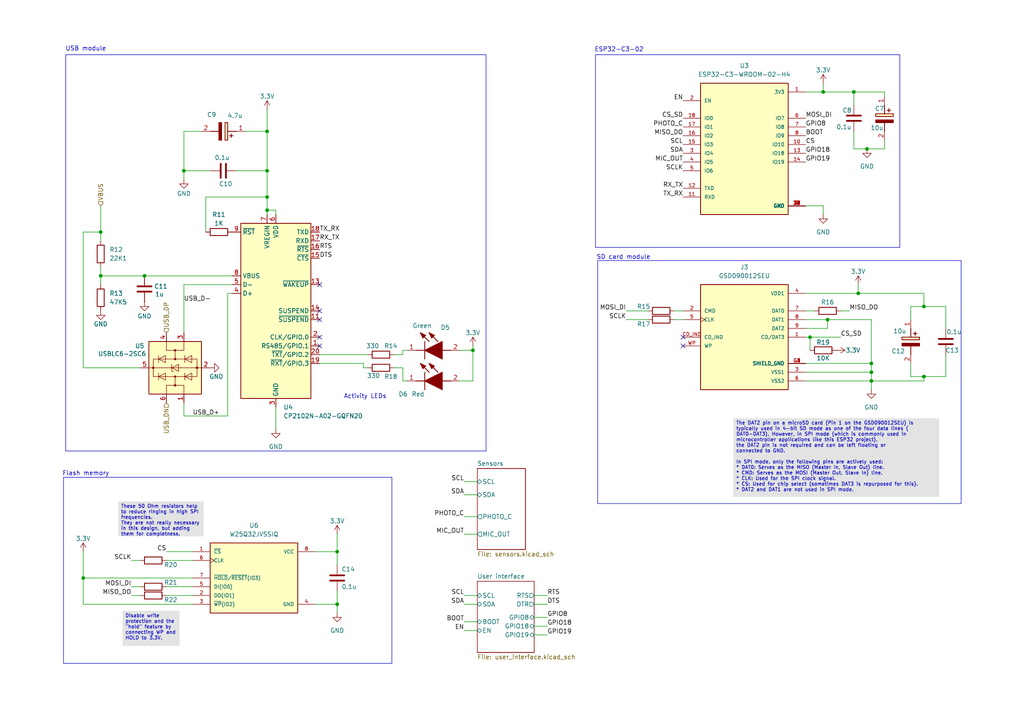
<source format=kicad_sch>
(kicad_sch (version 20231120) (generator "eeschema") (generator_version "8.0")
  (paper "A4")
  (title_block (title "ESP32 C3 02 and USB to UART converter") (date "2024-11-23") (rev "1") (company "Tech Explorations"))
  (lib_symbols
    (symbol "Device:R" (pin_numbers hide) (pin_names (offset 0))
      (property "Reference" "R" (at 2.032 0 90))
      (property "Value" "R" (at 0 0 90))
      (symbol "R_0_1"
        (rectangle (start -1.016 -2.54) (end 1.016 2.54) (stroke (width 0.254)))
      )
      (symbol "R_1_1"
        (pin passive line (at 0 3.81 270) (length 1.27) (name "~") (number "1"))
        (pin passive line (at 0 -3.81 90) (length 1.27) (name "~") (number "2"))
      )
    )
    (symbol "ESP32-C3-WROOM-02-H4:ESP32-C3-WROOM-02-H4" (pin_names (offset 1.016))
      (property "Reference" "U" (at -12.7 21.082 0))
      (property "Value" "ESP32-C3-WROOM-02-H4" (at -12.7 -18.542 0))
      (symbol "ESP32-C3-WROOM-02-H4_0_0"
        (rectangle (start -12.7 -17.78) (end 12.7 20.32) (stroke (width 0.254)) (fill (type background)))
        (pin power_in line (at 17.78 17.78 180) (length 5.08) (name "3V3") (number "1"))
        (pin bidirectional line (at 17.78 2.54 180) (length 5.08) (name "IO10") (number "10"))
        (pin bidirectional line (at -17.78 -12.7 0) (length 5.08) (name "RXD") (number "11"))
        (pin bidirectional line (at -17.78 -10.16 0) (length 5.08) (name "TXD") (number "12"))
        (pin bidirectional line (at 17.78 0 180) (length 5.08) (name "IO18") (number "13"))
        (pin bidirectional line (at 17.78 -2.54 180) (length 5.08) (name "IO19") (number "14"))
        (pin bidirectional line (at -17.78 2.54 0) (length 5.08) (name "IO3") (number "15"))
        (pin bidirectional line (at -17.78 5.08 0) (length 5.08) (name "IO2") (number "16"))
        (pin bidirectional line (at -17.78 7.62 0) (length 5.08) (name "IO1") (number "17"))
        (pin bidirectional line (at -17.78 10.16 0) (length 5.08) (name "IO0") (number "18"))
        (pin power_in line (at 17.78 -15.24 180) (length 5.08) (name "GND") (number "19"))
        (pin input line (at -17.78 15.24 0) (length 5.08) (name "EN") (number "2"))
        (pin power_in line (at 17.78 -15.24 180) (length 5.08) (name "GND") (number "20"))
        (pin power_in line (at 17.78 -15.24 180) (length 5.08) (name "GND") (number "21"))
        (pin power_in line (at 17.78 -15.24 180) (length 5.08) (name "GND") (number "22"))
        (pin power_in line (at 17.78 -15.24 180) (length 5.08) (name "GND") (number "23"))
        (pin power_in line (at 17.78 -15.24 180) (length 5.08) (name "GND") (number "24"))
        (pin power_in line (at 17.78 -15.24 180) (length 5.08) (name "GND") (number "25"))
        (pin power_in line (at 17.78 -15.24 180) (length 5.08) (name "GND") (number "26"))
        (pin power_in line (at 17.78 -15.24 180) (length 5.08) (name "GND") (number "27"))
        (pin power_in line (at 17.78 -15.24 180) (length 5.08) (name "GND") (number "28"))
        (pin power_in line (at 17.78 -15.24 180) (length 5.08) (name "GND") (number "29"))
        (pin bidirectional line (at -17.78 0 0) (length 5.08) (name "IO4") (number "3"))
        (pin power_in line (at 17.78 -15.24 180) (length 5.08) (name "GND") (number "30"))
        (pin power_in line (at 17.78 -15.24 180) (length 5.08) (name "GND") (number "31"))
        (pin power_in line (at 17.78 -15.24 180) (length 5.08) (name "GND") (number "32"))
        (pin power_in line (at 17.78 -15.24 180) (length 5.08) (name "GND") (number "33"))
        (pin power_in line (at 17.78 -15.24 180) (length 5.08) (name "GND") (number "34"))
        (pin power_in line (at 17.78 -15.24 180) (length 5.08) (name "GND") (number "35"))
        (pin power_in line (at 17.78 -15.24 180) (length 5.08) (name "GND") (number "36"))
        (pin power_in line (at 17.78 -15.24 180) (length 5.08) (name "GND") (number "37"))
        (pin power_in line (at 17.78 -15.24 180) (length 5.08) (name "GND") (number "38"))
        (pin power_in line (at 17.78 -15.24 180) (length 5.08) (name "GND") (number "39"))
        (pin bidirectional line (at -17.78 -2.54 0) (length 5.08) (name "IO5") (number "4"))
        (pin bidirectional line (at -17.78 -5.08 0) (length 5.08) (name "IO6") (number "5"))
        (pin bidirectional line (at 17.78 10.16 180) (length 5.08) (name "IO7") (number "6"))
        (pin bidirectional line (at 17.78 7.62 180) (length 5.08) (name "IO8") (number "7"))
        (pin bidirectional line (at 17.78 5.08 180) (length 5.08) (name "IO9") (number "8"))
        (pin power_in line (at 17.78 -15.24 180) (length 5.08) (name "GND") (number "9"))
      )
    )
    (symbol "GND_1" (power) (pin_numbers hide) (pin_names (offset 0) hide)
      (property "Value" "GND" (at 0 -3.81 0))
      (symbol "GND_1_0_1"
        (polyline (pts (xy 0 0) (xy 0 -1.27) (xy 1.27 -1.27) (xy 0 -2.54) (xy -1.27 -1.27) (xy 0 -1.27)))
      )
      (symbol "GND_1_1_1"
        (pin power_in line (at 0 0 270) (length 0) (name "~") (number "1"))
      )
    )
    (symbol "GND_2" (power) (pin_numbers hide) (pin_names (offset 0) hide)
      (property "Value" "GND" (at 0 -3.81 0))
      (symbol "GND_2_0_1"
        (polyline (pts (xy 0 0) (xy 0 -1.27) (xy 1.27 -1.27) (xy 0 -2.54) (xy -1.27 -1.27) (xy 0 -1.27)))
      )
      (symbol "GND_2_1_1"
        (pin power_in line (at 0 0 270) (length 0) (name "~") (number "1"))
      )
    )
    (symbol "GSD090012SEU:GSD090012SEU" (pin_names (offset 1.016))
      (property "Reference" "J" (at -12.7 16.002 0))
      (property "Value" "GSD090012SEU" (at -12.7 -17.78 0))
      (symbol "GSD090012SEU_0_0"
        (rectangle (start -12.7 -15.24) (end 12.7 15.24) (stroke (width 0.254)) (fill (type background)))
        (pin bidirectional line (at 17.78 0 180) (length 5.08) (name "CD/DAT3") (number "1"))
        (pin bidirectional line (at -17.78 7.62 0) (length 5.08) (name "CMD") (number "2"))
        (pin power_in line (at 17.78 -10.16 180) (length 5.08) (name "VSS1") (number "3"))
        (pin power_in line (at 17.78 12.7 180) (length 5.08) (name "VDD1") (number "4"))
        (pin bidirectional clock (at -17.78 5.08 0) (length 5.08) (name "CLK") (number "5"))
        (pin power_in line (at 17.78 -12.7 180) (length 5.08) (name "VSS2") (number "6"))
        (pin bidirectional line (at 17.78 7.62 180) (length 5.08) (name "DAT0") (number "7"))
        (pin bidirectional line (at 17.78 5.08 180) (length 5.08) (name "DAT1") (number "8"))
        (pin bidirectional line (at 17.78 2.54 180) (length 5.08) (name "DAT2") (number "9"))
        (pin passive line (at -17.78 0 0) (length 5.08) (name "CD_IND") (number "CD_IND"))
        (pin power_in line (at 17.78 -7.62 180) (length 5.08) (name "SHIELD_GND") (number "G1"))
        (pin power_in line (at 17.78 -7.62 180) (length 5.08) (name "SHIELD_GND") (number "G2"))
        (pin power_in line (at 17.78 -7.62 180) (length 5.08) (name "SHIELD_GND") (number "G3"))
        (pin power_in line (at 17.78 -7.62 180) (length 5.08) (name "SHIELD_GND") (number "G4"))
        (pin passive line (at -17.78 -2.54 0) (length 5.08) (name "WP") (number "WP"))
      )
    )
    (symbol "Interface_USB:CP2102N-Axx-xQFN20"
      (property "Reference" "U" (at -8.89 26.67 0))
      (property "Value" "CP2102N-Axx-xQFN20" (at 12.7 26.67 0))
      (symbol "CP2102N-Axx-xQFN20_0_1"
        (rectangle (start -10.16 25.4) (end 10.16 -25.4) (stroke (width 0.254)) (fill (type background)))
      )
      (symbol "CP2102N-Axx-xQFN20_1_1"
        (pin bidirectional line (at 12.7 -10.16 180) (length 2.54) (name "RS485/GPIO.1") (number "1"))
        (pin no_connect line (at -10.16 -22.86 0) (length 2.54) hide (name "NC") (number "10"))
        (pin output line (at 12.7 -2.54 180) (length 2.54) (name "~{SUSPEND}") (number "11"))
        (pin passive line (at 0 -27.94 90) (length 2.54) hide (name "GND") (number "12"))
        (pin input line (at 12.7 7.62 180) (length 2.54) (name "~{WAKEUP}") (number "13"))
        (pin output line (at 12.7 0 180) (length 2.54) (name "SUSPEND") (number "14"))
        (pin input line (at 12.7 15.24 180) (length 2.54) (name "~{CTS}") (number "15"))
        (pin output line (at 12.7 17.78 180) (length 2.54) (name "~{RTS}") (number "16"))
        (pin input line (at 12.7 20.32 180) (length 2.54) (name "RXD") (number "17"))
        (pin output line (at 12.7 22.86 180) (length 2.54) (name "TXD") (number "18"))
        (pin bidirectional line (at 12.7 -15.24 180) (length 2.54) (name "~{RXT}/GPIO.3") (number "19"))
        (pin bidirectional line (at 12.7 -7.62 180) (length 2.54) (name "CLK/GPIO.0") (number "2"))
        (pin bidirectional line (at 12.7 -12.7 180) (length 2.54) (name "~{TXT}/GPIO.2") (number "20"))
        (pin passive line (at 0 -27.94 90) (length 2.54) hide (name "GND") (number "21"))
        (pin power_in line (at 0 -27.94 90) (length 2.54) (name "GND") (number "3"))
        (pin bidirectional line (at -12.7 5.08 0) (length 2.54) (name "D+") (number "4"))
        (pin bidirectional line (at -12.7 7.62 0) (length 2.54) (name "D-") (number "5"))
        (pin power_in line (at 0 27.94 270) (length 2.54) (name "VDD") (number "6"))
        (pin power_in line (at -2.54 27.94 270) (length 2.54) (name "VREGIN") (number "7"))
        (pin input line (at -12.7 10.16 0) (length 2.54) (name "VBUS") (number "8"))
        (pin input line (at -12.7 22.86 0) (length 2.54) (name "~{RST}") (number "9"))
      )
    )
    (symbol "LTST-C170GKT:LTST-C170GKT" (pin_names hide)
      (property "Reference" "LED" (at 12.7 8.89 0))
      (property "Value" "LTST-C170GKT" (at 12.7 6.35 0))
      (symbol "LTST-C170GKT_1_1"
        (polyline (pts (xy 2.54 0) (xy 5.08 0)) (stroke (width 0.254)))
        (polyline (pts (xy 5.08 2.54) (xy 5.08 -2.54)) (stroke (width 0.254)))
        (polyline (pts (xy 6.35 2.54) (xy 3.81 5.08)) (stroke (width 0.254)))
        (polyline (pts (xy 8.89 2.54) (xy 6.35 5.08)) (stroke (width 0.254)))
        (polyline (pts (xy 10.16 0) (xy 12.7 0)) (stroke (width 0.254)))
        (polyline (pts (xy 5.08 0) (xy 10.16 2.54) (xy 10.16 -2.54) (xy 5.08 0)) (stroke (width 0.254)) (fill (type outline)))
        (polyline (pts (xy 5.334 4.318) (xy 4.572 3.556) (xy 3.81 5.08) (xy 5.334 4.318)) (stroke (width 0.254)) (fill (type outline)))
        (polyline (pts (xy 7.874 4.318) (xy 7.112 3.556) (xy 6.35 5.08) (xy 7.874 4.318)) (stroke (width 0.254)) (fill (type outline)))
        (pin passive line (at 0 0 0) (length 2.54) (name "K") (number "1"))
        (pin passive line (at 15.24 0 180) (length 2.54) (name "A") (number "2"))
      )
    )
    (symbol "LTST-C170KRKT:LTST-C170KRKT" (pin_names hide)
      (property "Reference" "LED" (at 12.7 8.89 0))
      (property "Value" "LTST-C170KRKT" (at 12.7 6.35 0))
      (symbol "LTST-C170KRKT_1_1"
        (polyline (pts (xy 2.54 0) (xy 5.08 0)) (stroke (width 0.254)))
        (polyline (pts (xy 5.08 2.54) (xy 5.08 -2.54)) (stroke (width 0.254)))
        (polyline (pts (xy 6.35 2.54) (xy 3.81 5.08)) (stroke (width 0.254)))
        (polyline (pts (xy 8.89 2.54) (xy 6.35 5.08)) (stroke (width 0.254)))
        (polyline (pts (xy 10.16 0) (xy 12.7 0)) (stroke (width 0.254)))
        (polyline (pts (xy 5.08 0) (xy 10.16 2.54) (xy 10.16 -2.54) (xy 5.08 0)) (stroke (width 0.254)) (fill (type outline)))
        (polyline (pts (xy 5.334 4.318) (xy 4.572 3.556) (xy 3.81 5.08) (xy 5.334 4.318)) (stroke (width 0.254)) (fill (type outline)))
        (polyline (pts (xy 7.874 4.318) (xy 7.112 3.556) (xy 6.35 5.08) (xy 7.874 4.318)) (stroke (width 0.254)) (fill (type outline)))
        (pin passive line (at 0 0 0) (length 2.54) (name "K") (number "1"))
        (pin passive line (at 15.24 0 180) (length 2.54) (name "A") (number "2"))
      )
    )
    (symbol "Power_Protection:USBLC6-2SC6" (pin_names hide)
      (property "Reference" "U" (at 2.54 8.89 0))
      (property "Value" "USBLC6-2SC6" (at 2.54 -8.89 0))
      (symbol "USBLC6-2SC6_0_1"
        (rectangle (start -7.62 -7.62) (end 7.62 7.62) (stroke (width 0.254)) (fill (type background)))
        (circle (center -5.08 0) (radius 0.254) (fill (type outline)))
        (circle (center -2.54 0) (radius 0.254) (fill (type outline)))
        (rectangle (start -2.54 6.35) (end 2.54 -6.35))
        (circle (center 0 -6.35) (radius 0.254) (fill (type outline)))
        (polyline (pts (xy -5.08 -2.54) (xy -7.62 -2.54)))
        (polyline (pts (xy -5.08 0) (xy -5.08 -2.54)))
        (polyline (pts (xy -5.08 2.54) (xy -7.62 2.54)))
        (polyline (pts (xy -1.524 -2.794) (xy -3.556 -2.794)))
        (polyline (pts (xy -1.524 4.826) (xy -3.556 4.826)))
        (polyline (pts (xy 0 -7.62) (xy 0 -6.35)))
        (polyline (pts (xy 0 -6.35) (xy 0 1.27)))
        (polyline (pts (xy 0 1.27) (xy 0 6.35)))
        (polyline (pts (xy 0 6.35) (xy 0 7.62)))
        (polyline (pts (xy 1.524 -2.794) (xy 3.556 -2.794)))
        (polyline (pts (xy 1.524 4.826) (xy 3.556 4.826)))
        (polyline (pts (xy 5.08 -2.54) (xy 7.62 -2.54)))
        (polyline (pts (xy 5.08 0) (xy 5.08 -2.54)))
        (polyline (pts (xy 5.08 2.54) (xy 7.62 2.54)))
        (polyline (pts (xy -2.54 0) (xy -5.08 0) (xy -5.08 2.54)))
        (polyline (pts (xy 2.54 0) (xy 5.08 0) (xy 5.08 2.54)))
        (polyline (pts (xy -3.556 -4.826) (xy -1.524 -4.826) (xy -2.54 -2.794) (xy -3.556 -4.826)))
        (polyline (pts (xy -3.556 2.794) (xy -1.524 2.794) (xy -2.54 4.826) (xy -3.556 2.794)))
        (polyline (pts (xy -1.016 -1.016) (xy 1.016 -1.016) (xy 0 1.016) (xy -1.016 -1.016)))
        (polyline (pts (xy 1.016 1.016) (xy 0.762 1.016) (xy -1.016 1.016) (xy -1.016 0.508)))
        (polyline (pts (xy 3.556 -4.826) (xy 1.524 -4.826) (xy 2.54 -2.794) (xy 3.556 -4.826)))
        (polyline (pts (xy 3.556 2.794) (xy 1.524 2.794) (xy 2.54 4.826) (xy 3.556 2.794)))
        (circle (center 0 6.35) (radius 0.254) (fill (type outline)))
        (circle (center 2.54 0) (radius 0.254) (fill (type outline)))
        (circle (center 5.08 0) (radius 0.254) (fill (type outline)))
      )
      (symbol "USBLC6-2SC6_1_1"
        (pin passive line (at -10.16 -2.54 0) (length 2.54) (name "I/O1") (number "1"))
        (pin passive line (at 0 -10.16 90) (length 2.54) (name "GND") (number "2"))
        (pin passive line (at 10.16 -2.54 180) (length 2.54) (name "I/O2") (number "3"))
        (pin passive line (at 10.16 2.54 180) (length 2.54) (name "I/O2") (number "4"))
        (pin passive line (at 0 10.16 270) (length 2.54) (name "VBUS") (number "5"))
        (pin passive line (at -10.16 2.54 0) (length 2.54) (name "I/O1") (number "6"))
      )
    )
    (symbol "SparkFun-Capacitor:C" (pin_numbers hide) (pin_names (offset 0.254))
      (property "Reference" "C" (at 0.635 2.54 0))
      (property "Value" "C" (at 0.635 -2.54 0))
      (property "Voltage" "1kV" (at 0 -6.35 0))
      (property "Tolerance" "100%" (at 0 -8.89 0))
      (symbol "C_0_1"
        (polyline (pts (xy -2.032 -0.762) (xy 2.032 -0.762)) (stroke (width 0.508)))
        (polyline (pts (xy -2.032 0.762) (xy 2.032 0.762)) (stroke (width 0.508)))
      )
      (symbol "C_1_1"
        (pin passive line (at 0 3.81 270) (length 2.794) (name "~") (number "1"))
        (pin passive line (at 0 -3.81 90) (length 2.794) (name "~") (number "2"))
      )
    )
    (symbol "SparkFun-PowerSymbol:3.3V" (power) (pin_names (offset 0))
      (property "Value" "3.3V" (at 0 3.81 0))
      (symbol "3.3V_0_1"
        (polyline (pts (xy -0.762 1.27) (xy 0 2.54)))
        (polyline (pts (xy 0 0) (xy 0 2.54)))
        (polyline (pts (xy 0 2.54) (xy 0.762 1.27)))
      )
      (symbol "3.3V_1_1"
        (pin power_in line (at 0 0 90) (length 0) hide (name "3.3V") (number "1"))
      )
    )
    (symbol "T491A106K010AT7280:T491A106K010AT7280" (pin_names hide)
      (property "Reference" "C" (at 8.89 6.35 0))
      (property "Value" "T491A106K010AT7280" (at 8.89 3.81 0))
      (symbol "T491A106K010AT7280_1_1"
        (polyline (pts (xy 2.54 0) (xy 5.08 0)) (stroke (width 0.254)))
        (polyline (pts (xy 4.064 1.778) (xy 4.064 0.762)) (stroke (width 0.254)))
        (polyline (pts (xy 4.572 1.27) (xy 3.556 1.27)) (stroke (width 0.254)))
        (polyline (pts (xy 7.62 0) (xy 10.16 0)) (stroke (width 0.254)))
        (polyline (pts (xy 7.62 2.54) (xy 7.62 -2.54) (xy 6.858 -2.54) (xy 6.858 2.54) (xy 7.62 2.54)) (stroke (width 0.254)) (fill (type outline)))
        (rectangle (start 5.08 2.54) (end 5.842 -2.54) (stroke (width 0.254)) (fill (type background)))
        (pin passive line (at 0 0 0) (length 2.54) (name "+") (number "1"))
        (pin passive line (at 12.7 0 180) (length 2.54) (name "-") (number "2"))
      )
    )
    (symbol "W25Q32JVSSIQ:W25Q32JVSSIQ" (pin_names (offset 1.016))
      (property "Reference" "U" (at -12.4723 10.945 0))
      (property "Value" "W25Q32JVSSIQ" (at -12.4744 -12.2198 0))
      (symbol "W25Q32JVSSIQ_0_0"
        (rectangle (start -12.7 -10.16) (end 12.7 10.16) (stroke (width 0.254)) (fill (type background)))
        (pin input line (at -17.78 7.62 0) (length 5.08) (name "~{CS}") (number "1"))
        (pin bidirectional line (at -17.78 -5.08 0) (length 5.08) (name "DO(IO1)") (number "2"))
        (pin bidirectional line (at -17.78 -7.62 0) (length 5.08) (name "~{WP}(IO2)") (number "3"))
        (pin power_in line (at 17.78 -7.62 180) (length 5.08) (name "GND") (number "4"))
        (pin bidirectional line (at -17.78 -2.54 0) (length 5.08) (name "DI(IO0)") (number "5"))
        (pin input clock (at -17.78 5.08 0) (length 5.08) (name "CLK") (number "6"))
        (pin bidirectional line (at -17.78 0 0) (length 5.08) (name "~{HOLD}/~{RESET}(IO3)") (number "7"))
        (pin power_in line (at 17.78 7.62 180) (length 5.08) (name "VCC") (number "8"))
      )
    )
    (symbol "power:GND" (power) (pin_names (offset 0))
      (property "Value" "GND" (at 0 -3.81 0))
      (symbol "GND_0_1"
        (polyline (pts (xy 0 0) (xy 0 -1.27) (xy 1.27 -1.27) (xy 0 -2.54) (xy -1.27 -1.27) (xy 0 -1.27)))
      )
      (symbol "GND_1_1"
        (pin power_in line (at 0 0 270) (length 0) hide (name "GND") (number "1"))
      )
    )
  )
  (junction (at 238.76 26.67))
  (junction (at 24.13 167.64))
  (junction (at 252.73 110.49))
  (junction (at 29.21 80.01))
  (junction (at 248.92 85.09))
  (junction (at 29.21 67.31))
  (junction (at 77.47 60.96))
  (junction (at 267.97 88.9))
  (junction (at 53.34 49.53))
  (junction (at 252.73 107.95))
  (junction (at 267.97 109.22))
  (junction (at 137.16 101.6))
  (junction (at 97.79 160.02))
  (junction (at 97.79 175.26))
  (junction (at 252.73 105.41))
  (junction (at 251.46 43.18))
  (junction (at 41.91 80.01))
  (junction (at 77.47 38.1))
  (junction (at 234.95 97.79))
  (junction (at 240.03 92.71))
  (junction (at 247.65 26.67))
  (junction (at 77.47 49.53))
  (junction (at 77.47 57.15))
  (no_connect (at 198.12 97.79))
  (no_connect (at 92.71 82.55))
  (no_connect (at 198.12 100.33))
  (no_connect (at 92.71 90.17))
  (no_connect (at 92.71 100.33))
  (no_connect (at 92.71 92.71))
  (no_connect (at 92.71 97.79))
  (wire (pts (xy 256.54 40.64) (xy 256.54 43.18)))
  (wire (pts (xy 181.61 90.17) (xy 187.96 90.17)))
  (wire (pts (xy 77.47 38.1) (xy 77.47 49.53)))
  (wire (pts (xy 58.42 38.1) (xy 53.34 38.1)))
  (wire (pts (xy 233.68 105.41) (xy 252.73 105.41)))
  (wire (pts (xy 247.65 43.18) (xy 251.46 43.18)))
  (wire (pts (xy 274.32 95.25) (xy 274.32 88.9)))
  (wire (pts (xy 247.65 26.67) (xy 247.65 30.48)))
  (wire (pts (xy 274.32 88.9) (xy 267.97 88.9)))
  (wire (pts (xy 195.58 90.17) (xy 198.12 90.17)))
  (wire (pts (xy 66.04 120.65) (xy 53.34 120.65)))
  (wire (pts (xy 118.11 110.49) (xy 116.84 110.49)))
  (wire (pts (xy 77.47 60.96) (xy 77.47 62.23)))
  (wire (pts (xy 154.94 179.07) (xy 158.75 179.07)))
  (wire (pts (xy 91.44 160.02) (xy 97.79 160.02)))
  (wire (pts (xy 256.54 27.94) (xy 256.54 26.67)))
  (wire (pts (xy 116.84 102.87) (xy 116.84 101.6)))
  (wire (pts (xy 154.94 184.15) (xy 158.75 184.15)))
  (wire (pts (xy 71.12 38.1) (xy 77.47 38.1)))
  (wire (pts (xy 116.84 110.49) (xy 116.84 106.68)))
  (wire (pts (xy 267.97 109.22) (xy 274.32 109.22)))
  (wire (pts (xy 53.34 49.53) (xy 53.34 52.07)))
  (wire (pts (xy 116.84 106.68) (xy 114.3 106.68)))
  (wire (pts (xy 29.21 80.01) (xy 41.91 80.01)))
  (wire (pts (xy 53.34 82.55) (xy 67.31 82.55)))
  (wire (pts (xy 238.76 59.69) (xy 238.76 62.23)))
  (wire (pts (xy 38.1 172.72) (xy 40.64 172.72)))
  (wire (pts (xy 233.68 85.09) (xy 248.92 85.09)))
  (wire (pts (xy 105.41 105.41) (xy 105.41 106.68)))
  (wire (pts (xy 48.26 162.56) (xy 55.88 162.56)))
  (wire (pts (xy 243.84 90.17) (xy 246.38 90.17)))
  (wire (pts (xy 24.13 106.68) (xy 40.64 106.68)))
  (wire (pts (xy 80.01 60.96) (xy 77.47 60.96)))
  (wire (pts (xy 247.65 26.67) (xy 238.76 26.67)))
  (wire (pts (xy 240.03 95.25) (xy 240.03 92.71)))
  (wire (pts (xy 24.13 67.31) (xy 29.21 67.31)))
  (wire (pts (xy 247.65 38.1) (xy 247.65 43.18)))
  (wire (pts (xy 66.04 85.09) (xy 67.31 85.09)))
  (wire (pts (xy 24.13 106.68) (xy 24.13 67.31)))
  (wire (pts (xy 24.13 167.64) (xy 55.88 167.64)))
  (wire (pts (xy 77.47 49.53) (xy 68.58 49.53)))
  (wire (pts (xy 97.79 160.02) (xy 97.79 154.94)))
  (wire (pts (xy 181.61 92.71) (xy 187.96 92.71)))
  (wire (pts (xy 92.71 102.87) (xy 106.68 102.87)))
  (wire (pts (xy 252.73 92.71) (xy 252.73 105.41)))
  (wire (pts (xy 195.58 92.71) (xy 198.12 92.71)))
  (wire (pts (xy 55.88 175.26) (xy 24.13 175.26)))
  (wire (pts (xy 256.54 26.67) (xy 247.65 26.67)))
  (wire (pts (xy 154.94 175.26) (xy 158.75 175.26)))
  (wire (pts (xy 114.3 102.87) (xy 116.84 102.87)))
  (wire (pts (xy 24.13 167.64) (xy 24.13 160.02)))
  (wire (pts (xy 252.73 110.49) (xy 252.73 113.03)))
  (wire (pts (xy 77.47 57.15) (xy 77.47 60.96)))
  (wire (pts (xy 59.69 57.15) (xy 77.47 57.15)))
  (wire (pts (xy 234.95 97.79) (xy 243.84 97.79)))
  (wire (pts (xy 252.73 107.95) (xy 252.73 110.49)))
  (wire (pts (xy 133.35 110.49) (xy 137.16 110.49)))
  (wire (pts (xy 29.21 80.01) (xy 29.21 82.55)))
  (wire (pts (xy 48.26 160.02) (xy 55.88 160.02)))
  (wire (pts (xy 77.47 31.75) (xy 77.47 38.1)))
  (wire (pts (xy 60.96 49.53) (xy 53.34 49.53)))
  (wire (pts (xy 133.35 101.6) (xy 137.16 101.6)))
  (wire (pts (xy 29.21 67.31) (xy 29.21 69.85)))
  (wire (pts (xy 267.97 85.09) (xy 267.97 88.9)))
  (wire (pts (xy 134.62 139.7) (xy 138.43 139.7)))
  (wire (pts (xy 233.68 92.71) (xy 240.03 92.71)))
  (wire (pts (xy 233.68 26.67) (xy 238.76 26.67)))
  (wire (pts (xy 252.73 105.41) (xy 252.73 107.95)))
  (wire (pts (xy 137.16 101.6) (xy 137.16 110.49)))
  (wire (pts (xy 134.62 149.86) (xy 138.43 149.86)))
  (wire (pts (xy 134.62 180.34) (xy 138.43 180.34)))
  (wire (pts (xy 248.92 85.09) (xy 267.97 85.09)))
  (wire (pts (xy 264.16 109.22) (xy 267.97 109.22)))
  (wire (pts (xy 134.62 175.26) (xy 138.43 175.26)))
  (wire (pts (xy 97.79 175.26) (xy 97.79 177.8)))
  (wire (pts (xy 97.79 171.45) (xy 97.79 175.26)))
  (wire (pts (xy 59.69 67.31) (xy 59.69 57.15)))
  (wire (pts (xy 29.21 59.69) (xy 29.21 67.31)))
  (wire (pts (xy 233.68 59.69) (xy 238.76 59.69)))
  (wire (pts (xy 264.16 105.41) (xy 264.16 109.22)))
  (wire (pts (xy 267.97 110.49) (xy 252.73 110.49)))
  (wire (pts (xy 134.62 154.94) (xy 138.43 154.94)))
  (wire (pts (xy 53.34 120.65) (xy 53.34 116.84)))
  (wire (pts (xy 77.47 49.53) (xy 77.47 57.15)))
  (wire (pts (xy 134.62 172.72) (xy 138.43 172.72)))
  (wire (pts (xy 234.95 97.79) (xy 234.95 101.6)))
  (wire (pts (xy 38.1 170.18) (xy 40.64 170.18)))
  (wire (pts (xy 264.16 88.9) (xy 264.16 92.71)))
  (wire (pts (xy 267.97 88.9) (xy 264.16 88.9)))
  (wire (pts (xy 48.26 172.72) (xy 55.88 172.72)))
  (wire (pts (xy 24.13 175.26) (xy 24.13 167.64)))
  (wire (pts (xy 267.97 109.22) (xy 267.97 110.49)))
  (wire (pts (xy 41.91 80.01) (xy 67.31 80.01)))
  (wire (pts (xy 116.84 101.6) (xy 118.11 101.6)))
  (wire (pts (xy 91.44 175.26) (xy 97.79 175.26)))
  (wire (pts (xy 233.68 97.79) (xy 234.95 97.79)))
  (wire (pts (xy 233.68 90.17) (xy 236.22 90.17)))
  (wire (pts (xy 29.21 77.47) (xy 29.21 80.01)))
  (wire (pts (xy 53.34 38.1) (xy 53.34 49.53)))
  (wire (pts (xy 105.41 106.68) (xy 106.68 106.68)))
  (wire (pts (xy 134.62 182.88) (xy 138.43 182.88)))
  (wire (pts (xy 154.94 172.72) (xy 158.75 172.72)))
  (wire (pts (xy 38.1 162.56) (xy 40.64 162.56)))
  (wire (pts (xy 238.76 26.67) (xy 238.76 24.13)))
  (wire (pts (xy 80.01 62.23) (xy 80.01 60.96)))
  (wire (pts (xy 48.26 170.18) (xy 55.88 170.18)))
  (wire (pts (xy 248.92 82.55) (xy 248.92 85.09)))
  (wire (pts (xy 274.32 102.87) (xy 274.32 109.22)))
  (wire (pts (xy 233.68 95.25) (xy 240.03 95.25)))
  (wire (pts (xy 134.62 143.51) (xy 138.43 143.51)))
  (wire (pts (xy 92.71 105.41) (xy 105.41 105.41)))
  (wire (pts (xy 66.04 85.09) (xy 66.04 120.65)))
  (wire (pts (xy 251.46 43.18) (xy 256.54 43.18)))
  (wire (pts (xy 233.68 107.95) (xy 252.73 107.95)))
  (wire (pts (xy 154.94 181.61) (xy 158.75 181.61)))
  (wire (pts (xy 53.34 96.52) (xy 53.34 82.55)))
  (wire (pts (xy 80.01 118.11) (xy 80.01 124.46)))
  (wire (pts (xy 233.68 110.49) (xy 252.73 110.49)))
  (wire (pts (xy 240.03 92.71) (xy 252.73 92.71)))
  (wire (pts (xy 137.16 100.33) (xy 137.16 101.6)))
  (wire (pts (xy 97.79 160.02) (xy 97.79 163.83)))
  (rectangle (start 173.355 75.565) (end 278.765 146.05))
  (rectangle (start 18.415 138.43) (end 113.665 192.405))
  (rectangle (start 172.72 15.875) (end 260.985 71.755))
  (rectangle (start 19.05 15.875) (end 140.97 130.81))
  (text_box "Disable write protection and the \"hold\" feature by connecting WP and HOLD to 3.3V." (at 35.56 177.165 0) (size 16.51 10.16) (stroke (width -0.0001)) (fill (type color) (color 194 194 194 0.45)) (effects (font (size 1 1)) (justify left top)))
  (text_box "The DAT2 pin on a microSD card (Pin 1 on the GSD090012SEU) is \ntypically used in 4-bit SD mode as one of the four data lines (\nDAT0-DAT3). However, in SPI mode (which is commonly used in \nmicrocontroller applications like this ESP32 project), \nthe DAT2 pin is not required and can be left floating or \nconnected to GND. \n\nIn SPI mode, only the following pins are actively used:\n* DAT0: Serves as the MISO (Master In, Slave Out) line.\n* CMD: Serves as the MOSI (Master Out, Slave In) line.\n* CLK: Used for the SPI clock signal.\n* CS: Used for chip select (sometimes DAT3 is repurposed for this).\n* DAT2 and DAT1 are not used in SPI mode." (at 212.725 121.285 0) (size 59.69 22.86) (stroke (width -0.0001)) (fill (type color) (color 194 194 194 0.45)) (effects (font (size 1 1)) (justify left top)))
  (text_box "These 50 Ohm resistors help to reduce ringing in high SPI frequencies. \nThey are not really necessary in this design, but adding them for completness." (at 34.29 145.415 0) (size 24.765 10.16) (stroke (width -0.0001)) (fill (type color) (color 194 194 194 0.45)) (effects (font (size 1 1)) (justify left top)))
  (text "SD card module" (at 180.848 74.676 0) (effects (font (size 1.27 1.27))))
  (text "Activity LEDs" (at 105.918 115.062 0) (effects (font (size 1.27 1.27))))
  (text "Flash memory" (at 24.892 137.414 0) (effects (font (size 1.27 1.27))))
  (text "USB module" (at 24.892 14.224 0) (effects (font (size 1.27 1.27))))
  (text "ESP32-C3-02" (at 179.578 14.478 0) (effects (font (size 1.27 1.27))))
  (label "DTS" (at 158.75 175.26 0))
  (label "MISO_DO" (at 38.1 172.72 180))
  (label "PHOTO_C" (at 198.12 36.83 180))
  (label "MISO_DO" (at 246.38 90.17 0))
  (label "MISO_DO" (at 198.12 39.37 180))
  (label "SDA" (at 134.62 143.51 180))
  (label "GPIO18" (at 158.75 181.61 0))
  (label "BOOT" (at 233.68 39.37 0))
  (label "CS" (at 48.26 160.02 180))
  (label "GPIO8" (at 233.68 36.83 0))
  (label "SCL" (at 134.62 172.72 180))
  (label "RX_TX" (at 92.71 69.85 0))
  (label "TX_RX" (at 198.12 57.15 180))
  (label "DTS" (at 92.71 74.93 0))
  (label "SDA" (at 198.12 44.45 180))
  (label "SCLK" (at 38.1 162.56 180))
  (label "GPIO8" (at 158.75 179.07 0))
  (label "CS" (at 233.68 41.91 0))
  (label "MOSI_DI" (at 38.1 170.18 180))
  (label "SCL" (at 198.12 41.91 180))
  (label "TX_RX" (at 92.71 67.31 0))
  (label "USB_D+" (at 55.88 120.65 0))
  (label "MIC_OUT" (at 198.12 46.99 180))
  (label "SCLK" (at 198.12 49.53 180))
  (label "MOSI_DI" (at 181.61 90.17 180))
  (label "CS_SD" (at 243.84 97.79 0))
  (label "GPIO19" (at 158.75 184.15 0))
  (label "PHOTO_C" (at 134.62 149.86 180))
  (label "GPIO18" (at 233.68 44.45 0))
  (label "MIC_OUT" (at 134.62 154.94 180))
  (label "RTS" (at 92.71 72.39 0))
  (label "CS_SD" (at 198.12 34.29 180))
  (label "SDA" (at 134.62 175.26 180))
  (label "MOSI_DI" (at 233.68 34.29 0))
  (label "RX_TX" (at 198.12 54.61 180))
  (label "SCL" (at 134.62 139.7 180))
  (label "USB_D-" (at 53.34 87.63 0))
  (label "RTS" (at 158.75 172.72 0))
  (label "EN" (at 134.62 182.88 180))
  (label "GPIO19" (at 233.68 46.99 0))
  (label "EN" (at 198.12 29.21 180))
  (label "BOOT" (at 134.62 180.34 180))
  (label "SCLK" (at 181.61 92.71 180))
  (hierarchical_label "VBUS" (shape input) (at 29.21 59.69 90))
  (hierarchical_label "USB_DP" (shape input) (at 48.26 96.52 90))
  (hierarchical_label "USB_DN" (shape input) (at 48.26 116.84 270))
  (symbol (lib_id "Device:R") (at 191.77 90.17 270) (unit 1)
    (property "Reference" "R15" (at 186.69 88.9 90))
    (property "Value" "50" (effects (hide yes)))
    (property "Footprint" "Resistor_SMD:R_0805_2012Metric" (effects (hide yes)))
    (property "Description" "Resistor" (effects (hide yes)))
    (property "Purpose" "Help reduce ringing in high-speed SPI." (effects (hide yes)))
    (property "PACKAGE" "0805 " (effects (hide yes)))
  )
  (symbol (lib_id "Device:R") (at 44.45 172.72 90) (unit 1)
    (property "Reference" "R22" (at 49.53 173.99 90))
    (property "Value" "50" (effects (hide yes)))
    (property "Footprint" "Resistor_SMD:R_0805_2012Metric" (effects (hide yes)))
    (property "Description" "Resistor" (effects (hide yes)))
    (property "Purpose" "Help reduce ringing in high-speed SPI." (effects (hide yes)))
    (property "PACKAGE" "0805 " (effects (hide yes)))
  )
  (symbol (lib_id "power:GND") (at 251.46 43.18 0) (unit 1)
    (property "Reference" "#PWR020" (effects (hide yes)))
    (property "Value" "GND" (at 251.46 48.26 0))
    (property "Description" "Power symbol creates a global label with name \"GND\" , ground" (effects (hide yes)))
  )
  (symbol (lib_id "SparkFun-PowerSymbol:3.3V") (at 137.16 100.33 0) (unit 1)
    (property "Reference" "#PWR026" (effects (hide yes)))
    (property "Value" "3.3V" (at 137.16 96.52 0))
    (property "Description" "Power symbol creates a global label with name \"3.3V\"" (effects (hide yes)))
  )
  (symbol (lib_id "power:GND") (at 53.34 52.07 0) (unit 1)
    (property "Reference" "#PWR021" (effects (hide yes)))
    (property "Value" "GND" (at 53.34 56.134 0))
    (property "Description" "Power symbol creates a global label with name \"GND\" , ground" (effects (hide yes)))
  )
  (symbol (lib_id "power:GND") (at 238.76 62.23 0) (unit 1)
    (property "Reference" "#PWR022" (effects (hide yes)))
    (property "Value" "GND" (at 238.76 67.31 0))
    (property "Description" "Power symbol creates a global label with name \"GND\" , ground" (effects (hide yes)))
  )
  (symbol (lib_id "Device:R") (at 191.77 92.71 270) (unit 1)
    (property "Reference" "R17" (at 186.69 93.98 90))
    (property "Value" "50" (effects (hide yes)))
    (property "Footprint" "Resistor_SMD:R_0805_2012Metric" (effects (hide yes)))
    (property "Description" "Resistor" (effects (hide yes)))
    (property "Purpose" "Help reduce ringing in high-speed SPI." (effects (hide yes)))
    (property "PACKAGE" "0805 " (effects (hide yes)))
  )
  (symbol (lib_id "power:GND") (at 97.79 177.8 0) (unit 1)
    (property "Reference" "#PWR033" (effects (hide yes)))
    (property "Value" "GND" (at 97.79 182.88 0))
    (property "Description" "Power symbol creates a global label with name \"GND\" , ground" (effects (hide yes)))
  )
  (symbol (lib_id "Device:R") (at 240.03 90.17 90) (unit 1)
    (property "Reference" "R16" (at 240.03 87.63 90))
    (property "Value" "50" (effects (hide yes)))
    (property "Footprint" "Resistor_SMD:R_0805_2012Metric" (effects (hide yes)))
    (property "Description" "Resistor" (effects (hide yes)))
    (property "Purpose" "Help reduce ringing in high-speed SPI." (effects (hide yes)))
    (property "PACKAGE" "0805 " (effects (hide yes)))
  )
  (symbol (lib_name "GND_1") (lib_id "power:GND") (at 60.96 106.68 90) (unit 1)
    (property "Reference" "#PWR027" (effects (hide yes)))
    (property "Value" "GND" (at 60.706 109.22 90) (effects (justify right)))
    (property "Description" "Power symbol creates a global label with name \"GND\" , ground" (effects (hide yes)))
  )
  (symbol (lib_id "SparkFun-Capacitor:C") (at 41.91 83.82 0) (unit 1)
    (property "Reference" "C11" (at 44.704 83.058 0) (effects (justify left)))
    (property "Value" "1u" (at 44.958 85.344 0) (effects (justify left)))
    (property "Footprint" "Capacitor_SMD:C_0805_2012Metric" (effects (hide yes)))
    (property "Datasheet" "https://cdn.sparkfun.com/assets/8/a/4/a/5/Kemet_Capacitor_Datasheet.pdf" (effects (hide yes)))
    (property "PROD_ID" "CAP-00000" (effects (hide yes)))
    (property "Voltage" "1kV" (effects (hide yes)))
    (property "Tolerance" "100%" (effects (hide yes)))
  )
  (symbol (lib_id "T491A106K010AT7280:T491A106K010AT7280") (at 256.54 27.94 270) (unit 1)
    (property "Reference" "C7" (at 253.746 31.496 90) (effects (justify left)))
    (property "Value" "10u" (at 252.476 37.084 90) (effects (justify left)))
    (property "Footprint" "T491A" (effects (hide yes)))
    (property "Datasheet" "https://content.kemet.com/datasheets/KEM_T2005_T491.pdf" (effects (hide yes)))
    (property "Description" "T491, Tantalum, MnO2 Tantalum, Commercial Grade, 10 uF, 10%, 10 VDC, 125C, -55C, 85C, SMD, MnO2, Molded, 6 % , 3.8 Ohms, 1000 nA, 58.6 mg, 3216, 1.6mm, Height Max = 1.8mm, 9000, 156  Weeks" (effects (hide yes)))
    (property "PROD_ID" "CAP-00000" (effects (hide yes)))
    (property "Voltage" "1kV" (effects (hide yes)))
    (property "Tolerance" "100%" (effects (hide yes)))
    (property "Purpose" "Decoupling  capacitor." (effects (hide yes)))
    (property "Instructions and notes" "For high-frequency noise filtering" (effects (hide yes)))
    (property "Manufacturer_Part_Number" "T491A106K010AT7280" (effects (hide yes)))
    (property "Height" "1.8" (effects (hide yes)))
    (property "Manufacturer_Name" "KEMET" (effects (hide yes)))
    (property "Mouser Part Number" "80-T491A106K107280" (effects (hide yes)))
    (property "Mouser Price/Stock" "https://www.mouser.co.uk/ProductDetail/KEMET/T491A106K010AT7280?qs=HIKTYMuL%252B9NxijI%252BZuzkYQ%3D%3D" (effects (hide yes)))
    (property "Arrow Part Number" "T491A106K010AT7280" (effects (hide yes)))
    (property "Arrow Price/Stock" "https://www.arrow.com/en/products/t491a106k010at7280/kemet-corporation?region=nac" (effects (hide yes)))
  )
  (symbol (lib_id "LTST-C170KRKT:LTST-C170KRKT") (at 118.11 110.49 0) (unit 1)
    (property "Reference" "D6" (at 115.57 114.3 0) (effects (justify left)))
    (property "Value" "Red" (at 119.38 114.3 0) (effects (justify left)))
    (property "Footprint" "LEDC2012X120N" (effects (hide yes)))
    (property "Datasheet" "https://componentsearchengine.com/Datasheets/1/LTST-C170KRKT.pdf" (effects (hide yes)))
    (property "Description" "Standard LEDs - SMD Red Clear 631nm" (effects (hide yes)))
    (property "PROD_ID" "DIO-17976" (effects (hide yes)))
    (property "Height" "1.2" (effects (hide yes)))
    (property "Manufacturer_Name" "Lite-On" (effects (hide yes)))
    (property "Manufacturer_Part_Number" "LTST-C170KRKT" (effects (hide yes)))
    (property "Mouser Part Number" "859-LTST-C170KRKT" (effects (hide yes)))
    (property "Mouser Price/Stock" "https://www.mouser.co.uk/ProductDetail/Lite-On/LTST-C170KRKT?qs=NUb82WqeCyrVOID%2Fxt4rgA%3D%3D" (effects (hide yes)))
    (property "Arrow Part Number" "LTST-C170KRKT" (effects (hide yes)))
    (property "Arrow Price/Stock" "https://www.arrow.com/en/products/ltst-c170krkt/lite-on-technology?utm_currency=USD&region=nac" (effects (hide yes)))
  )
  (symbol (lib_id "Device:R") (at 29.21 73.66 0) (unit 1)
    (property "Reference" "R12" (at 31.75 72.3899 0) (effects (justify left)))
    (property "Value" "22K1" (at 31.75 74.9299 0) (effects (justify left)))
    (property "Footprint" "Resistor_SMD:R_0805_2012Metric" (effects (hide yes)))
    (property "Description" "Resistor" (effects (hide yes)))
    (property "Purpose" "Part of the voltage divider" (effects (hide yes)))
    (property "Instructions and notes" "Use resistors with a tolerance of 1% or better to maintain accurate voltage scaling." (effects (hide yes)))
    (property "PACKAGE" "0805 " (effects (hide yes)))
  )
  (symbol (lib_id "Device:R") (at 238.76 101.6 90) (unit 1)
    (property "Reference" "R19" (at 238.76 99.314 90))
    (property "Value" "10K" (at 238.76 103.886 90))
    (property "Footprint" "Resistor_SMD:R_0805_2012Metric" (effects (hide yes)))
    (property "Description" "Resistor" (effects (hide yes)))
    (property "PACKAGE" "0805" (effects (hide yes)))
  )
  (symbol (lib_id "SparkFun-PowerSymbol:3.3V") (at 242.57 101.6 270) (unit 1)
    (property "Reference" "#PWR028" (effects (hide yes)))
    (property "Value" "3.3V" (at 247.396 101.6 90))
    (property "Description" "Power symbol creates a global label with name \"3.3V\"" (effects (hide yes)))
  )
  (symbol (lib_id "Device:R") (at 44.45 162.56 90) (unit 1)
    (property "Reference" "R20" (at 49.53 163.83 90))
    (property "Value" "50" (effects (hide yes)))
    (property "Footprint" "Resistor_SMD:R_0805_2012Metric" (effects (hide yes)))
    (property "Description" "Resistor" (effects (hide yes)))
    (property "Purpose" "Help reduce ringing in high-speed SPI." (effects (hide yes)))
    (property "PACKAGE" "0805 " (effects (hide yes)))
  )
  (symbol (lib_id "GSD090012SEU:GSD090012SEU") (at 215.9 97.79 0) (unit 1)
    (property "Reference" "J3" (at 215.9 77.47 0))
    (property "Value" "GSD090012SEU" (at 215.9 80.01 0))
    (property "Footprint" "Project_Library:AMPHENOL_GSD090012SEU" (effects (hide yes)))
    (property "Description" "Memory Card Connectors SD CARD CONNECTOR 9 POS, SMT" (effects (hide yes)))
    (property "MF" "Amphenol" (effects (hide yes)))
    (property "MAXIMUM_PACKAGE_HEIGHT" "2.95mm" (effects (hide yes)))
    (property "Package" "None" (effects (hide yes)))
    (property "Price" "None" (effects (hide yes)))
    (property "Check_prices" "https://www.snapeda.com/parts/GSD090012SEU/Amphenol/view-part/?ref=eda" (effects (hide yes)))
    (property "STANDARD" "Manufacturer Recommendations" (effects (hide yes)))
    (property "PARTREV" "E" (effects (hide yes)))
    (property "SnapEDA_Link" "https://www.snapeda.com/parts/GSD090012SEU/Amphenol/view-part/?ref=snap" (effects (hide yes)))
    (property "MP" "GSD090012SEU" (effects (hide yes)))
    (property "Description_1" "\n                        \n                            Micro SD and SD Card Sockets, Input Output Connectors, SD Socket,9 Position,SMT\n                        \n" (effects (hide yes)))
    (property "Availability" "In Stock" (effects (hide yes)))
    (property "MANUFACTURER" "Amphenol" (effects (hide yes)))
    (property "Manufacturer_Part_Number" "GSD090012SEU" (effects (hide yes)))
  )
  (symbol (lib_id "SparkFun-Capacitor:C") (at 247.65 34.29 0) (unit 1)
    (property "Reference" "C8" (at 244.348 32.004 0) (effects (justify left)))
    (property "Value" "0.1u" (at 242.57 36.83 0) (effects (justify left)))
    (property "Footprint" "Capacitor_SMD:C_0805_2012Metric" (effects (hide yes)))
    (property "Datasheet" "https://cdn.sparkfun.com/assets/8/a/4/a/5/Kemet_Capacitor_Datasheet.pdf" (effects (hide yes)))
    (property "PROD_ID" "CAP-00000" (effects (hide yes)))
    (property "Voltage" "1kV" (effects (hide yes)))
    (property "Tolerance" "100%" (effects (hide yes)))
    (property "Purpose" "Decoupling  capacitor." (effects (hide yes)))
    (property "Instructions and notes" "Download this part from https://componentsearchengine.com/part-view/T491A106K010AT7280/KEMET" (effects (hide yes)))
  )
  (symbol (lib_id "T491A106K010AT7280:T491A106K010AT7280") (at 71.12 38.1 180) (unit 1)
    (property "Reference" "C9" (at 62.738 33.274 0) (effects (justify left)))
    (property "Value" "4.7u" (at 70.358 33.528 0) (effects (justify left)))
    (property "Footprint" "T491A" (effects (hide yes)))
    (property "Datasheet" "https://content.kemet.com/datasheets/KEM_T2005_T491.pdf" (effects (hide yes)))
    (property "Description" "T491, Tantalum, MnO2 Tantalum, Commercial Grade, 10 uF, 10%, 10 VDC, 125C, -55C, 85C, SMD, MnO2, Molded, 6 % , 3.8 Ohms, 1000 nA, 58.6 mg, 3216, 1.6mm, Height Max = 1.8mm, 9000, 156  Weeks" (effects (hide yes)))
    (property "PROD_ID" "CAP-00000" (effects (hide yes)))
    (property "Voltage" "1kV" (effects (hide yes)))
    (property "Tolerance" "100%" (effects (hide yes)))
    (property "Purpose" "Bypass  capacitor." (effects (hide yes)))
    (property "Instructions and notes" "Download from https://componentsearchengine.com/part-view/T491A106K010AT7280/KEMET" (effects (hide yes)))
    (property "Height" "1.8" (effects (hide yes)))
    (property "Manufacturer_Name" "KEMET" (effects (hide yes)))
    (property "Manufacturer_Part_Number" "T491A106K010AT7280" (effects (hide yes)))
    (property "Mouser Part Number" "80-T491A106K107280" (effects (hide yes)))
    (property "Mouser Price/Stock" "https://www.mouser.co.uk/ProductDetail/KEMET/T491A106K010AT7280?qs=HIKTYMuL%252B9NxijI%252BZuzkYQ%3D%3D" (effects (hide yes)))
    (property "Arrow Part Number" "T491A106K010AT7280" (effects (hide yes)))
    (property "Arrow Price/Stock" "https://www.arrow.com/en/products/t491a106k010at7280/kemet-corporation?region=nac" (effects (hide yes)))
  )
  (symbol (lib_id "Device:R") (at 29.21 86.36 0) (unit 1)
    (property "Reference" "R13" (at 31.75 85.0899 0) (effects (justify left)))
    (property "Value" "47K5" (at 31.75 87.6299 0) (effects (justify left)))
    (property "Footprint" "Resistor_SMD:R_0805_2012Metric" (effects (hide yes)))
    (property "Description" "Resistor" (effects (hide yes)))
    (property "Purpose" "Part of the voltage divider" (effects (hide yes)))
    (property "Instructions and notes" "Use resistors with a tolerance of 1% or better to maintain accurate voltage scaling." (effects (hide yes)))
    (property "PACKAGE" "0805 " (effects (hide yes)))
  )
  (symbol (lib_id "SparkFun-PowerSymbol:3.3V") (at 238.76 24.13 0) (unit 1)
    (property "Reference" "#PWR018" (effects (hide yes)))
    (property "Value" "3.3V" (at 238.76 20.32 0))
    (property "Description" "Power symbol creates a global label with name \"3.3V\"" (effects (hide yes)))
  )
  (symbol (lib_id "Power_Protection:USBLC6-2SC6") (at 50.8 106.68 90) (unit 1)
    (property "Reference" "U5" (at 41.91 100.33 90) (effects (justify left)))
    (property "Value" "USBLC6-2SC6" (at 42.418 102.616 90) (effects (justify left)))
    (property "Footprint" "Package_TO_SOT_SMD:SOT-23-6" (effects (hide yes)))
    (property "Datasheet" "https://www.st.com/resource/en/datasheet/usblc6-2.pdf" (effects (hide yes)))
    (property "Description" "ESD Suppressors / TVS Diodes ESD Protection Low Cap" (effects (hide yes)))
    (property "Manufacturer_Name" "STMicroelectronics" (effects (hide yes)))
    (property "Manufacturer_Part_Number" "USBLC6-2SC6" (effects (hide yes)))
    (property "Mouser Part Number" "511-USBLC6-2SC6" (effects (hide yes)))
    (property "MANUFACTURER" "STMicroelectronics" (effects (hide yes)))
    (property "PACKAGE" "SOT-23-6" (effects (hide yes)))
  )
  (symbol (lib_id "Device:R") (at 110.49 102.87 90) (unit 1)
    (property "Reference" "R14" (at 115.316 100.33 90) (effects (justify left)))
    (property "Value" "330" (at 109.982 100.33 90) (effects (justify left)))
    (property "Footprint" "Resistor_SMD:R_0805_2012Metric" (effects (hide yes)))
    (property "Description" "Resistor" (effects (hide yes)))
    (property "Purpose" "Current limiting" (effects (hide yes)))
    (property "PACKAGE" "0805 " (effects (hide yes)))
  )
  (symbol (lib_id "SparkFun-PowerSymbol:3.3V") (at 248.92 82.55 0) (unit 1)
    (property "Reference" "#PWR025" (effects (hide yes)))
    (property "Value" "3.3V" (at 248.92 78.74 0))
    (property "Description" "Power symbol creates a global label with name \"3.3V\"" (effects (hide yes)))
  )
  (symbol (lib_name "GND_2") (lib_id "power:GND") (at 41.91 87.63 0) (unit 1)
    (property "Reference" "#PWR023" (effects (hide yes)))
    (property "Value" "GND" (at 41.91 91.694 0))
    (property "Description" "Power symbol creates a global label with name \"GND\" , ground" (effects (hide yes)))
  )
  (symbol (lib_id "SparkFun-Capacitor:C") (at 274.32 99.06 180) (unit 1)
    (property "Reference" "C13" (at 278.13 101.6 0) (effects (justify left)))
    (property "Value" "0.1u" (at 278.892 96.266 0) (effects (justify left)))
    (property "Footprint" "Capacitor_SMD:C_0805_2012Metric" (effects (hide yes)))
    (property "Datasheet" "https://cdn.sparkfun.com/assets/8/a/4/a/5/Kemet_Capacitor_Datasheet.pdf" (effects (hide yes)))
    (property "PROD_ID" "CAP-00000" (effects (hide yes)))
    (property "Voltage" "1kV" (effects (hide yes)))
    (property "Tolerance" "100%" (effects (hide yes)))
    (property "Purpose" "Decoupling  capacitor." (effects (hide yes)))
    (property "Instructions and notes" "For high-frequency noise filtering" (effects (hide yes)))
  )
  (symbol (lib_id "T491A106K010AT7280:T491A106K010AT7280") (at 264.16 92.71 270) (unit 1)
    (property "Reference" "C12" (at 258.572 101.854 90) (effects (justify left)))
    (property "Value" "10u" (at 259.08 96.012 90) (effects (justify left)))
    (property "Footprint" "T491A" (effects (hide yes)))
    (property "Datasheet" "https://content.kemet.com/datasheets/KEM_T2005_T491.pdf" (effects (hide yes)))
    (property "Description" "T491, Tantalum, MnO2 Tantalum, Commercial Grade, 10 uF, 10%, 10 VDC, 125C, -55C, 85C, SMD, MnO2, Molded, 6 % , 3.8 Ohms, 1000 nA, 58.6 mg, 3216, 1.6mm, Height Max = 1.8mm, 9000, 156  Weeks" (effects (hide yes)))
    (property "PROD_ID" "CAP-00000" (effects (hide yes)))
    (property "Voltage" "1kV" (effects (hide yes)))
    (property "Tolerance" "100%" (effects (hide yes)))
    (property "Purpose" "Decoupling  capacitor." (effects (hide yes)))
    (property "Instructions and notes" "For bulk decoupling" (effects (hide yes)))
    (property "Manufacturer_Part_Number" "T491A106K010AT7280" (effects (hide yes)))
    (property "Comments" "Download this part from https://componentsearchengine.com/part-view/T491A106K010AT7280/KEMET" (effects (hide yes)))
    (property "Height" "1.8" (effects (hide yes)))
    (property "Manufacturer_Name" "KEMET" (effects (hide yes)))
    (property "Mouser Part Number" "80-T491A106K107280" (effects (hide yes)))
    (property "Mouser Price/Stock" "https://www.mouser.co.uk/ProductDetail/KEMET/T491A106K010AT7280?qs=HIKTYMuL%252B9NxijI%252BZuzkYQ%3D%3D" (effects (hide yes)))
    (property "Arrow Part Number" "T491A106K010AT7280" (effects (hide yes)))
    (property "Arrow Price/Stock" "https://www.arrow.com/en/products/t491a106k010at7280/kemet-corporation?region=nac" (effects (hide yes)))
  )
  (symbol (lib_id "SparkFun-PowerSymbol:3.3V") (at 77.47 31.75 0) (unit 1)
    (property "Reference" "#PWR019" (effects (hide yes)))
    (property "Value" "3.3V" (at 77.47 27.94 0))
    (property "Description" "Power symbol creates a global label with name \"3.3V\"" (effects (hide yes)))
  )
  (symbol (lib_id "power:GND") (at 29.21 90.17 0) (unit 1)
    (property "Reference" "#PWR024" (effects (hide yes)))
    (property "Value" "GND" (at 29.21 93.98 0))
    (property "Description" "Power symbol creates a global label with name \"GND\" , ground" (effects (hide yes)))
  )
  (symbol (lib_id "Device:R") (at 110.49 106.68 90) (unit 1)
    (property "Reference" "R18" (at 115.316 109.22 90) (effects (justify left)))
    (property "Value" "330" (at 110.236 108.966 90) (effects (justify left)))
    (property "Footprint" "Resistor_SMD:R_0805_2012Metric" (effects (hide yes)))
    (property "Description" "Resistor" (effects (hide yes)))
    (property "Purpose" "Current limiting" (effects (hide yes)))
    (property "PACKAGE" "0805 " (effects (hide yes)))
  )
  (symbol (lib_id "SparkFun-Capacitor:C") (at 64.77 49.53 270) (unit 1)
    (property "Reference" "C10" (at 63.5 53.34 90) (effects (justify left)))
    (property "Value" "0.1u" (at 62.23 45.72 90) (effects (justify left)))
    (property "Footprint" "Capacitor_SMD:C_0805_2012Metric" (effects (hide yes)))
    (property "Datasheet" "https://cdn.sparkfun.com/assets/8/a/4/a/5/Kemet_Capacitor_Datasheet.pdf" (effects (hide yes)))
    (property "PROD_ID" "CAP-00000" (effects (hide yes)))
    (property "Voltage" "1kV" (effects (hide yes)))
    (property "Tolerance" "100%" (effects (hide yes)))
    (property "Purpose" "Bypass  capacitor." (effects (hide yes)))
  )
  (symbol (lib_id "Device:R") (at 44.45 170.18 90) (unit 1)
    (property "Reference" "R21" (at 49.53 168.91 90))
    (property "Value" "50" (effects (hide yes)))
    (property "Footprint" "Resistor_SMD:R_0805_2012Metric" (effects (hide yes)))
    (property "Description" "Resistor" (effects (hide yes)))
    (property "Purpose" "Help reduce ringing in high-speed SPI." (effects (hide yes)))
    (property "PACKAGE" "0805 " (effects (hide yes)))
  )
  (symbol (lib_id "Interface_USB:CP2102N-Axx-xQFN20") (at 80.01 90.17 0) (unit 1)
    (property "Reference" "U4" (at 82.2041 118.11 0) (effects (justify left)))
    (property "Value" "CP2102N-A02-GQFN20" (at 82.2041 120.65 0) (effects (justify left)))
    (property "Footprint" "Package_DFN_QFN:SiliconLabs_QFN-20-1EP_3x3mm_P0.5mm_EP1.8x1.8mm" (effects (hide yes)))
    (property "Datasheet" "https://www.silabs.com/documents/public/data-sheets/cp2102n-datasheet.pdf" (effects (hide yes)))
    (property "Description" "USB to UART Bridge" (effects (hide yes)))
    (property "MANUFACTURER" "Silicon Laboratories" (effects (hide yes)))
    (property "Manufacturer_Part_Number" "CP2102N-A02-GQFN20" (effects (hide yes)))
    (property "PACKAGE" "QFN20" (effects (hide yes)))
  )
  (symbol (lib_id "ESP32-C3-WROOM-02-H4:ESP32-C3-WROOM-02-H4") (at 215.9 44.45 0) (unit 1)
    (property "Reference" "U3" (at 215.9 19.05 0))
    (property "Value" "ESP32-C3-WROOM-02-H4" (at 215.9 21.59 0))
    (property "Footprint" "Footprints:MODULE_ESP32-C3-WROOM-02-H4" (effects (hide yes)))
    (property "Description" "Multiprotocol Modules SMD module, ESP32-C3, 4MB SPI flash, PCB antenna" (effects (hide yes)))
    (property "MF" "Espressif Systems" (effects (hide yes)))
    (property "Description_1" "\n                        \n                            WiFi Modules (802.11) (Engineering Samples) SMD module, ESP32-C3, 4MB SPI flash, PCB antenna, -40 C +105 C\n                        \n" (effects (hide yes)))
    (property "Package" "Package" (effects (hide yes)))
    (property "Price" "None" (effects (hide yes)))
    (property "Check_prices" "https://www.snapeda.com/parts/ESP32-C3-WROOM-02-H4/Espressif+Systems/view-part/?ref=eda" (effects (hide yes)))
    (property "SnapEDA_Link" "https://www.snapeda.com/parts/ESP32-C3-WROOM-02-H4/Espressif+Systems/view-part/?ref=snap" (effects (hide yes)))
    (property "MP" "ESP32-C3-WROOM-02-H4" (effects (hide yes)))
    (property "Availability" "In Stock" (effects (hide yes)))
    (property "Purchase-URL" "https://pricing.snapeda.com/search/part/ESP32-C3-WROOM-02-H4/?ref=eda" (effects (hide yes)))
    (property "MANUFACTURER" "Espressif" (effects (hide yes)))
    (property "Manufacturer_Part_Number" "ESP32-C3-WROOM-02-H4" (effects (hide yes)))
  )
  (symbol (lib_id "power:GND") (at 80.01 124.46 0) (unit 1)
    (property "Reference" "#PWR029" (effects (hide yes)))
    (property "Value" "GND" (at 80.01 129.54 0))
    (property "Description" "Power symbol creates a global label with name \"GND\" , ground" (effects (hide yes)))
  )
  (symbol (lib_id "LTST-C170GKT:LTST-C170GKT") (at 118.11 101.6 0) (unit 1)
    (property "Reference" "D5" (at 127.762 94.996 0) (effects (justify left)))
    (property "Value" "Green" (at 119.634 94.488 0) (effects (justify left)))
    (property "Footprint" "LEDC2012X120N" (effects (hide yes)))
    (property "Datasheet" "https://mm.digikey.com/Volume0/opasdata/d220001/medias/docus/895/LTST-C170GKT.pdf" (effects (hide yes)))
    (property "Description" "LED,SMD,0805,Green,6mcd,130deg Lite-On LTST-C170GKT, CHIPLED 0805 Series Green LED, 569 nm 2012 (0805), Rectangle Lens SMD package" (effects (hide yes)))
    (property "PROD_ID" "DIO-00821" (effects (hide yes)))
    (property "Comments" "Download from https://componentsearchengine.com/part-view/LTST-C170GKT/Lite-On" (effects (hide yes)))
    (property "Height" "1.2" (effects (hide yes)))
    (property "Manufacturer_Name" "Lite-On" (effects (hide yes)))
    (property "Manufacturer_Part_Number" "LTST-C170GKT" (effects (hide yes)))
    (property "Mouser Part Number" "859-LTST-C170GKT" (effects (hide yes)))
    (property "Mouser Price/Stock" "https://www.mouser.co.uk/ProductDetail/Lite-On/LTST-C170GKT?qs=%2FSqKn2EfXQSV5aRij3YIfQ%3D%3D" (effects (hide yes)))
    (property "Arrow Part Number" "LTST-C170GKT" (effects (hide yes)))
    (property "Arrow Price/Stock" "https://www.arrow.com/en/products/ltst-c170gkt/lite-on-technology?utm_currency=USD&region=nac" (effects (hide yes)))
  )
  (symbol (lib_id "Device:R") (at 63.5 67.31 90) (unit 1)
    (property "Reference" "R11" (at 63.5 62.23 90))
    (property "Value" "1K" (at 63.5 64.77 90))
    (property "Footprint" "Resistor_SMD:R_0805_2012Metric" (effects (hide yes)))
    (property "Description" "Resistor" (effects (hide yes)))
    (property "Purpose" "Protection resistor" (effects (hide yes)))
    (property "PACKAGE" "0805 " (effects (hide yes)))
  )
  (symbol (lib_id "W25Q32JVSSIQ:W25Q32JVSSIQ") (at 73.66 167.64 0) (unit 1)
    (property "Reference" "U6" (at 73.66 152.4 0))
    (property "Value" "W25Q32JVSSIQ" (at 73.66 154.94 0))
    (property "Footprint" "Project_Library:SOIC127P790X216-8N" (effects (hide yes)))
    (property "Description" "NOR Flash spiFlash, 32M-bit, 4Kb Uniform Sector" (effects (hide yes)))
    (property "MF" "Winbond" (effects (hide yes)))
    (property "Description_1" "\n                        \n                            FLASH - NOR Memory IC 32Mb (4M x 8) SPI - Quad I/O 133 MHz 8-SOIC\n                        \n" (effects (hide yes)))
    (property "Package" "SOIC-8 Winbond" (effects (hide yes)))
    (property "Price" "None" (effects (hide yes)))
    (property "SnapEDA_Link" "https://www.snapeda.com/parts/W25Q32JVSSIQ/Winbond+Electronics/view-part/?ref=snap" (effects (hide yes)))
    (property "MP" "W25Q32JVSSIQ" (effects (hide yes)))
    (property "M_PART_NUMBER" "W25QXX" (effects (hide yes)))
    (property "Availability" "In Stock" (effects (hide yes)))
    (property "Check_prices" "https://www.snapeda.com/parts/W25Q32JVSSIQ/Winbond+Electronics/view-part/?ref=eda" (effects (hide yes)))
    (property "MANUFACTURER" "Winbond" (effects (hide yes)))
    (property "Manufacturer_Part_Number" "W25Q32JVSSIQ" (effects (hide yes)))
    (property "PACKAGE" "SOIC-8" (effects (hide yes)))
  )
  (symbol (lib_id "SparkFun-PowerSymbol:3.3V") (at 97.79 154.94 0) (unit 1)
    (property "Reference" "#PWR031" (effects (hide yes)))
    (property "Value" "3.3V" (at 97.79 151.13 0))
    (property "Description" "Power symbol creates a global label with name \"3.3V\"" (effects (hide yes)))
  )
  (symbol (lib_id "SparkFun-PowerSymbol:3.3V") (at 24.13 160.02 0) (unit 1)
    (property "Reference" "#PWR032" (effects (hide yes)))
    (property "Value" "3.3V" (at 24.13 156.21 0))
    (property "Description" "Power symbol creates a global label with name \"3.3V\"" (effects (hide yes)))
  )
  (symbol (lib_id "power:GND") (at 252.73 113.03 0) (unit 1)
    (property "Reference" "#PWR030" (effects (hide yes)))
    (property "Value" "GND" (at 252.73 118.11 0))
    (property "Description" "Power symbol creates a global label with name \"GND\" , ground" (effects (hide yes)))
  )
  (symbol (lib_id "SparkFun-Capacitor:C") (at 97.79 167.64 0) (unit 1)
    (property "Reference" "C14" (at 99.06 165.1 0) (effects (justify left)))
    (property "Value" "0.1u" (at 99.06 170.18 0) (effects (justify left)))
    (property "Footprint" "Capacitor_SMD:C_0805_2012Metric" (effects (hide yes)))
    (property "Datasheet" "https://cdn.sparkfun.com/assets/8/a/4/a/5/Kemet_Capacitor_Datasheet.pdf" (effects (hide yes)))
    (property "PROD_ID" "CAP-00000" (effects (hide yes)))
    (property "Voltage" "1kV" (effects (hide yes)))
    (property "Tolerance" "100%" (effects (hide yes)))
    (property "Purpose" "Decoupling  capacitor." (effects (hide yes)))
  )
  (sheet (at 138.43 135.89) (size 13.97 23.495) (stroke (width 0.1524))
    (property "Sheetname" "Sensors" (at 138.43 135.1784 0) (effects (justify left bottom)))
    (property "Sheetfile" "sensors.kicad_sch" (at 138.43 159.9696 0) (effects (justify left top)))
    (pin "SCL" bidirectional (at 138.43 139.7 180))
    (pin "SDA" bidirectional (at 138.43 143.51 180))
    (pin "PHOTO_C" output (at 138.43 149.86 180))
    (pin "MIC_OUT" output (at 138.43 154.94 180))
  )
  (sheet (at 138.43 168.5925) (size 16.51 20.6375) (stroke (width 0.1524))
    (property "Sheetname" "User interface" (at 138.43 167.8809 0) (effects (justify left bottom)))
    (property "Sheetfile" "user_interface.kicad_sch" (at 138.43 189.8146 0) (effects (justify left top)))
    (pin "SDA" bidirectional (at 138.43 175.26 180))
    (pin "SCL" bidirectional (at 138.43 172.72 180))
    (pin "BOOT" bidirectional (at 138.43 180.34 180))
    (pin "EN" bidirectional (at 138.43 182.88 180))
    (pin "DTR" output (at 154.94 175.26 0))
    (pin "GPIO8" bidirectional (at 154.94 179.07 0))
    (pin "GPIO18" bidirectional (at 154.94 181.61 0))
    (pin "GPIO19" bidirectional (at 154.94 184.15 0))
    (pin "RTS" output (at 154.94 172.72 0))
  )
)
</source>
